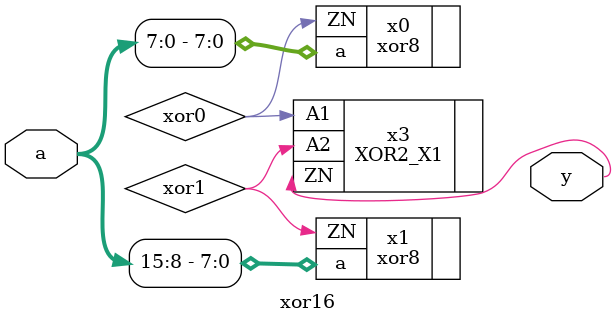
<source format=v>

`ifndef XOR16_V
`define XOR16_V
`include "misc/xor/xor8.v"

module xor16 (
    input wire [15:0] a,
    output wire y
);
    wire xor0;
    wire xor1;

    xor8 x0(.a(a[0:7]), .ZN(xor0));
    xor8 x1(.a(a[8:15]), .ZN(xor1));

    XOR2_X1 x3(.A1(xor0), .A2(xor1), .ZN(y));

endmodule

`endif

</source>
